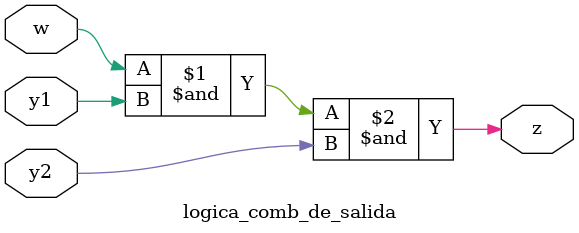
<source format=v>
module logica_comb_de_salida(
    w,
    y1,
    y2,
    z
);

input w;
input y1;
input y2;
output z;

wire a;
nand (a,w,y1,y2);
nand (z,a,a); //La salida es el and de las tres entradas.

endmodule 
</source>
